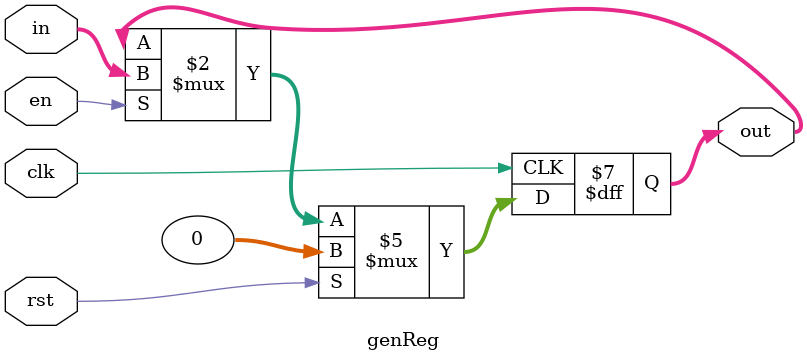
<source format=v>
module genReg
 #(
   parameter REG_WIDTH = 32
  )
  (
    input                        clk,
    input                        rst,
    input                        en,
    input      [REG_WIDTH-1 : 0] in,
    output reg [REG_WIDTH-1 : 0] out
  );

  always@(posedge clk)
  begin
    if(rst)
      out <= 'h0;
    else
      if(en)
        out <= in;
  end

endmodule



</source>
